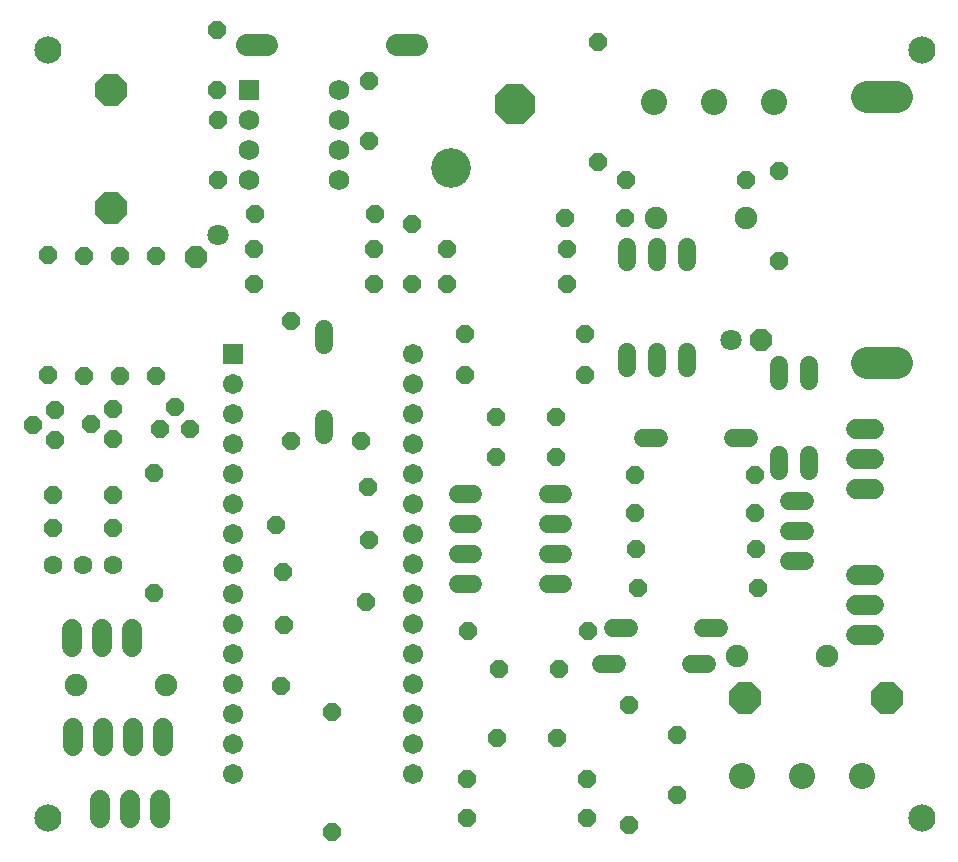
<source format=gbs>
G04 EAGLE Gerber RS-274X export*
G75*
%MOMM*%
%FSLAX34Y34*%
%LPD*%
%INBottom Solder Mask*%
%IPPOS*%
%AMOC8*
5,1,8,0,0,1.08239X$1,22.5*%
G01*
%ADD10C,2.303200*%
%ADD11P,1.951982X8X22.500000*%
%ADD12C,1.803400*%
%ADD13C,1.524000*%
%ADD14C,1.727200*%
%ADD15P,1.649562X8X292.500000*%
%ADD16P,1.649562X8X202.500000*%
%ADD17P,1.649562X8X67.500000*%
%ADD18P,1.649562X8X22.500000*%
%ADD19R,1.711200X1.711200*%
%ADD20C,1.711200*%
%ADD21R,1.727200X1.727200*%
%ADD22C,1.727200*%
%ADD23C,1.903200*%
%ADD24P,1.649562X8X112.500000*%
%ADD25P,1.951982X8X247.500000*%
%ADD26C,2.743200*%
%ADD27C,1.603200*%
%ADD28C,2.203200*%
%ADD29P,1.649562X8X247.500000*%
%ADD30P,2.969212X8X202.500000*%
%ADD31P,3.629037X8X67.500000*%
%ADD32C,3.352800*%
%ADD33P,2.969212X8X292.500000*%
%ADD34C,1.879600*%


D10*
X130000Y660000D03*
X130000Y10000D03*
X870000Y660000D03*
X870000Y10000D03*
D11*
X733600Y414800D03*
D12*
X708200Y414800D03*
D13*
X671020Y480180D02*
X671020Y493388D01*
X645620Y493388D02*
X645620Y480180D01*
X645620Y403980D02*
X645620Y390772D01*
X671020Y390772D02*
X671020Y403980D01*
X620220Y480180D02*
X620220Y493388D01*
X620220Y403980D02*
X620220Y390772D01*
D14*
X813680Y338800D02*
X828920Y338800D01*
X828920Y313400D02*
X813680Y313400D01*
X813680Y288000D02*
X828920Y288000D01*
X828920Y215600D02*
X813680Y215600D01*
X813680Y190200D02*
X828920Y190200D01*
X828920Y164800D02*
X813680Y164800D01*
D15*
X335470Y430800D03*
X335470Y329200D03*
D16*
X584800Y419100D03*
X483200Y419100D03*
X586800Y167700D03*
X485200Y167700D03*
D15*
X370280Y99700D03*
X370280Y-1900D03*
D17*
X328619Y217787D03*
X400461Y289629D03*
D16*
X729500Y237200D03*
X627900Y237200D03*
D18*
X483200Y385000D03*
X584800Y385000D03*
D15*
X595400Y666400D03*
X595400Y564800D03*
D16*
X728500Y299800D03*
X626900Y299800D03*
X728500Y268000D03*
X626900Y268000D03*
D19*
X286700Y402600D03*
D20*
X286700Y377200D03*
X286700Y351800D03*
X286700Y326400D03*
X286700Y301000D03*
X286700Y275600D03*
X286700Y250200D03*
X286700Y224800D03*
X286700Y199400D03*
X286700Y174000D03*
X286700Y148600D03*
X286700Y123200D03*
X286700Y97800D03*
X286700Y72400D03*
X286700Y47000D03*
X439100Y47000D03*
X439100Y72400D03*
X439100Y97800D03*
X439100Y123200D03*
X439100Y148600D03*
X439100Y174000D03*
X439100Y199400D03*
X439100Y224800D03*
X439100Y250200D03*
X439100Y275600D03*
X439100Y301000D03*
X439100Y326400D03*
X439100Y351800D03*
X439100Y377200D03*
X439100Y402600D03*
D21*
X299900Y626300D03*
D22*
X299900Y600900D03*
X299900Y575500D03*
X299900Y550100D03*
X376100Y550100D03*
X376100Y575500D03*
X376100Y600900D03*
X376100Y626300D03*
D23*
X644890Y517700D03*
X721090Y517700D03*
D13*
X723364Y331140D02*
X710156Y331140D01*
X647164Y331140D02*
X633956Y331140D01*
D18*
X304700Y520700D03*
X406300Y520700D03*
D16*
X405760Y491230D03*
X304160Y491230D03*
D24*
X272690Y626200D03*
X272690Y677000D03*
X273500Y549726D03*
X273500Y600526D03*
D18*
X467700Y491100D03*
X569300Y491100D03*
D16*
X569300Y461900D03*
X467700Y461900D03*
D25*
X255410Y485000D03*
D12*
X273370Y502960D03*
D26*
X823400Y620022D02*
X848800Y620022D01*
X848800Y394978D02*
X823400Y394978D01*
D27*
X133900Y223800D03*
X159300Y223800D03*
X184700Y223800D03*
D15*
X219500Y302000D03*
X219500Y200400D03*
D16*
X184700Y254900D03*
X133900Y254900D03*
X184700Y282920D03*
X133900Y282920D03*
D13*
X773900Y379896D02*
X773900Y393104D01*
X773900Y316904D02*
X773900Y303696D01*
X749100Y379896D02*
X749100Y393104D01*
X749100Y316904D02*
X749100Y303696D01*
X489804Y283700D02*
X476596Y283700D01*
X476596Y258300D02*
X489804Y258300D01*
X552796Y258300D02*
X566004Y258300D01*
X566004Y283700D02*
X552796Y283700D01*
X489804Y232900D02*
X476596Y232900D01*
X476596Y207500D02*
X489804Y207500D01*
X552796Y232900D02*
X566004Y232900D01*
X566004Y207500D02*
X552796Y207500D01*
D18*
X509100Y349600D03*
X559900Y349600D03*
D16*
X562400Y135500D03*
X511600Y135500D03*
D15*
X621900Y105100D03*
X621900Y3500D03*
D16*
X586100Y42900D03*
X484500Y42900D03*
D18*
X484500Y9700D03*
X586100Y9700D03*
X510300Y77500D03*
X561100Y77500D03*
D15*
X662700Y79700D03*
X662700Y28900D03*
D28*
X819161Y45350D03*
X768361Y45350D03*
X717561Y45350D03*
D15*
X159900Y485900D03*
X159900Y384300D03*
D24*
X130100Y384400D03*
X130100Y486000D03*
X190700Y384300D03*
X190700Y485900D03*
D15*
X221500Y485900D03*
X221500Y384300D03*
D16*
X560320Y315720D03*
X509520Y315720D03*
D28*
X642989Y615750D03*
X693789Y615750D03*
X744589Y615750D03*
D13*
X697844Y170290D02*
X684636Y170290D01*
X621644Y170290D02*
X608436Y170290D01*
X611644Y140110D02*
X598436Y140110D01*
X674636Y140110D02*
X687844Y140110D01*
D14*
X173700Y24720D02*
X173700Y9480D01*
X199100Y9480D02*
X199100Y24720D01*
X224500Y24720D02*
X224500Y9480D01*
X151040Y70280D02*
X151040Y85520D01*
X176440Y85520D02*
X176440Y70280D01*
X201840Y70280D02*
X201840Y85520D01*
X227240Y85520D02*
X227240Y70280D01*
D29*
X394627Y329295D03*
X322785Y257453D03*
X398948Y192974D03*
X327106Y121132D03*
D14*
X150300Y154480D02*
X150300Y169720D01*
X175700Y169720D02*
X175700Y154480D01*
X201100Y154480D02*
X201100Y169720D01*
D17*
X329718Y173050D03*
X401560Y244892D03*
D18*
X629500Y204500D03*
X731100Y204500D03*
D13*
X363700Y410196D02*
X363700Y423404D01*
X363700Y347204D02*
X363700Y333996D01*
D30*
X720000Y111400D03*
X839900Y111400D03*
D13*
X770704Y252500D02*
X757496Y252500D01*
X757496Y277900D02*
X770704Y277900D01*
X770704Y227100D02*
X757496Y227100D01*
D18*
X250200Y338800D03*
X237500Y357850D03*
X224800Y338800D03*
D24*
X135800Y355200D03*
X116750Y342500D03*
X135800Y329800D03*
X185000Y356200D03*
X165950Y343500D03*
X185000Y330800D03*
X749000Y480900D03*
X749000Y557100D03*
D31*
X524941Y613941D03*
D32*
X471059Y560059D03*
D23*
X153900Y122000D03*
X230100Y122000D03*
X712900Y147000D03*
X789100Y147000D03*
D33*
X183000Y626000D03*
X183000Y526000D03*
D34*
X298118Y664000D02*
X314882Y664000D01*
X425118Y664000D02*
X441882Y664000D01*
D15*
X402000Y633400D03*
X402000Y582600D03*
X438000Y512400D03*
X438000Y461600D03*
D18*
X304200Y462000D03*
X405800Y462000D03*
D16*
X720800Y550000D03*
X619200Y550000D03*
D18*
X567600Y518000D03*
X618400Y518000D03*
M02*

</source>
